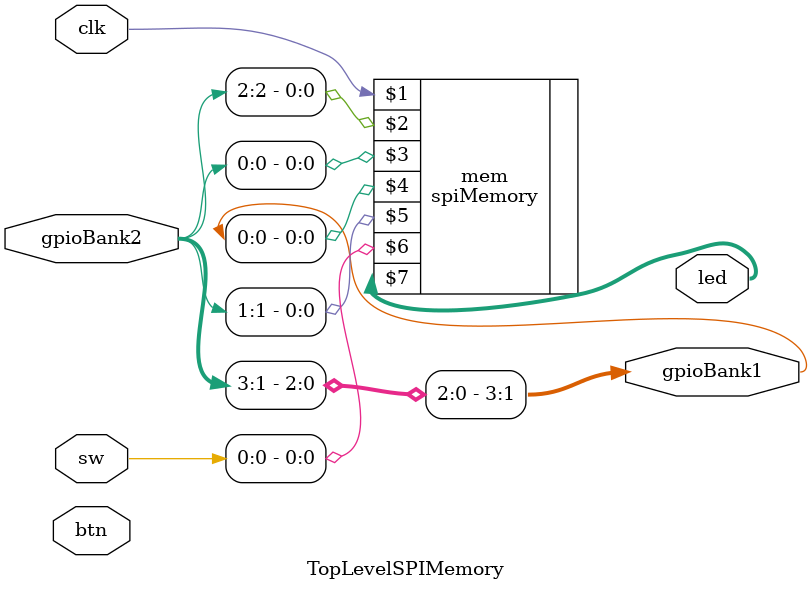
<source format=v>
module TopLevelSPIMemory(led, gpioBank1, gpioBank2, clk, sw, btn);
output[7:0] led;
output[3:0] gpioBank1;
input[3:0] gpioBank2;
input clk;
input[7:0] sw;
input[3:0] btn;

assign gpioBank1[3:1] = gpioBank2[3:1];

spiMemory mem (clk, gpioBank2[2], gpioBank2[0], gpioBank1[0], gpioBank2[1], sw[0], led);

endmodule

</source>
